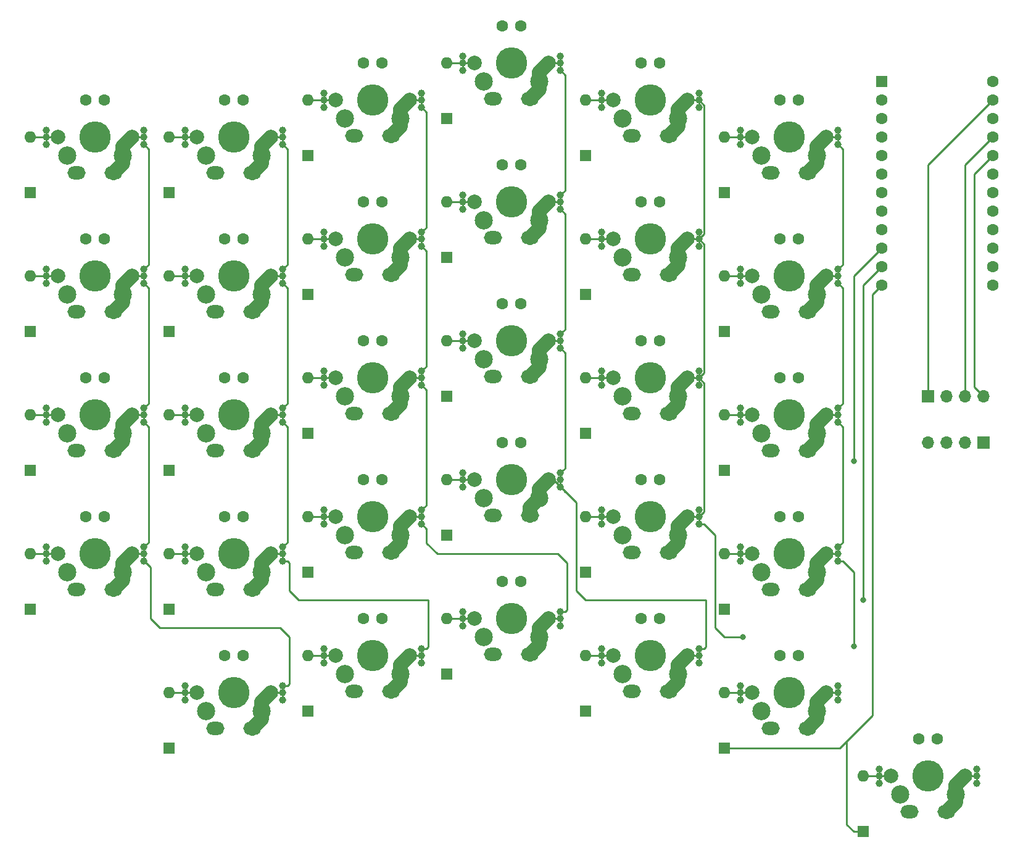
<source format=gbr>
%TF.GenerationSoftware,KiCad,Pcbnew,(5.1.9)-1*%
%TF.CreationDate,2021-03-27T16:34:22+07:00*%
%TF.ProjectId,LetsSplit256,4c657473-5370-46c6-9974-3235362e6b69,rev?*%
%TF.SameCoordinates,Original*%
%TF.FileFunction,Copper,L1,Top*%
%TF.FilePolarity,Positive*%
%FSLAX46Y46*%
G04 Gerber Fmt 4.6, Leading zero omitted, Abs format (unit mm)*
G04 Created by KiCad (PCBNEW (5.1.9)-1) date 2021-03-27 16:34:22*
%MOMM*%
%LPD*%
G01*
G04 APERTURE LIST*
%TA.AperFunction,ComponentPad*%
%ADD10O,1.700000X1.700000*%
%TD*%
%TA.AperFunction,ComponentPad*%
%ADD11R,1.700000X1.700000*%
%TD*%
%TA.AperFunction,ComponentPad*%
%ADD12C,1.000000*%
%TD*%
%TA.AperFunction,ComponentPad*%
%ADD13O,2.500000X1.800000*%
%TD*%
%TA.AperFunction,ComponentPad*%
%ADD14C,2.500000*%
%TD*%
%TA.AperFunction,ComponentPad*%
%ADD15C,2.000000*%
%TD*%
%TA.AperFunction,ComponentPad*%
%ADD16C,4.300000*%
%TD*%
%TA.AperFunction,ComponentPad*%
%ADD17C,1.600000*%
%TD*%
%TA.AperFunction,ComponentPad*%
%ADD18R,1.600000X1.600000*%
%TD*%
%TA.AperFunction,ComponentPad*%
%ADD19O,1.600000X1.600000*%
%TD*%
%TA.AperFunction,ViaPad*%
%ADD20C,0.800000*%
%TD*%
%TA.AperFunction,Conductor*%
%ADD21C,0.250000*%
%TD*%
%TA.AperFunction,Conductor*%
%ADD22C,2.000000*%
%TD*%
G04 APERTURE END LIST*
D10*
%TO.P,JL1,4*%
%TO.N,Net-(JL1-Pad4)*%
X157480000Y-81280000D03*
%TO.P,JL1,3*%
%TO.N,Net-(JL1-Pad3)*%
X154940000Y-81280000D03*
%TO.P,JL1,2*%
%TO.N,Net-(JL1-Pad2)*%
X152400000Y-81280000D03*
D11*
%TO.P,JL1,1*%
%TO.N,Net-(JL1-Pad1)*%
X149860000Y-81280000D03*
%TD*%
D10*
%TO.P,JL2,4*%
%TO.N,N/C*%
X149860000Y-87630000D03*
%TO.P,JL2,3*%
X152400000Y-87630000D03*
%TO.P,JL2,2*%
X154940000Y-87630000D03*
D11*
%TO.P,JL2,1*%
X157480000Y-87630000D03*
%TD*%
D12*
%TO.P,KLZ1,1*%
%TO.N,Net-(DL24-Pad2)*%
X47910000Y-101870000D03*
X47910000Y-103870000D03*
X47910000Y-102870000D03*
D13*
%TO.P,KLZ1,2*%
%TO.N,Net-(KL1-Pad2)*%
X57150000Y-107746800D03*
D14*
%TO.P,KLZ1,1*%
%TO.N,Net-(DL24-Pad2)*%
X50800000Y-105410000D03*
D13*
X52070000Y-107746800D03*
D14*
%TO.P,KLZ1,2*%
%TO.N,Net-(KL1-Pad2)*%
X58420000Y-105410000D03*
D15*
%TO.P,KLZ1,1*%
%TO.N,Net-(DL24-Pad2)*%
X49530000Y-102870000D03*
%TO.P,KLZ1,2*%
%TO.N,Net-(KL1-Pad2)*%
X59690000Y-102870000D03*
D16*
%TO.P,KLZ1,0*%
%TO.N,N/C*%
X54610000Y-102870000D03*
D12*
%TO.P,KLZ1,2*%
%TO.N,Net-(KL1-Pad2)*%
X61310000Y-102870000D03*
X61310000Y-101870000D03*
X61310000Y-103870000D03*
D17*
%TO.P,KLZ1,0*%
%TO.N,N/C*%
X55880000Y-97790000D03*
X53340000Y-97790000D03*
%TD*%
D12*
%TO.P,KLX1,1*%
%TO.N,Net-(DL34-Pad2)*%
X66960000Y-96790000D03*
X66960000Y-98790000D03*
X66960000Y-97790000D03*
D13*
%TO.P,KLX1,2*%
%TO.N,Net-(KL2-Pad2)*%
X76200000Y-102666800D03*
D14*
%TO.P,KLX1,1*%
%TO.N,Net-(DL34-Pad2)*%
X69850000Y-100330000D03*
D13*
X71120000Y-102666800D03*
D14*
%TO.P,KLX1,2*%
%TO.N,Net-(KL2-Pad2)*%
X77470000Y-100330000D03*
D15*
%TO.P,KLX1,1*%
%TO.N,Net-(DL34-Pad2)*%
X68580000Y-97790000D03*
%TO.P,KLX1,2*%
%TO.N,Net-(KL2-Pad2)*%
X78740000Y-97790000D03*
D16*
%TO.P,KLX1,0*%
%TO.N,N/C*%
X73660000Y-97790000D03*
D12*
%TO.P,KLX1,2*%
%TO.N,Net-(KL2-Pad2)*%
X80360000Y-97790000D03*
X80360000Y-96790000D03*
X80360000Y-98790000D03*
D17*
%TO.P,KLX1,0*%
%TO.N,N/C*%
X74930000Y-92710000D03*
X72390000Y-92710000D03*
%TD*%
D12*
%TO.P,KLW1,1*%
%TO.N,Net-(DL32-Pad2)*%
X66960000Y-58690000D03*
X66960000Y-60690000D03*
X66960000Y-59690000D03*
D13*
%TO.P,KLW1,2*%
%TO.N,Net-(KL2-Pad2)*%
X76200000Y-64566800D03*
D14*
%TO.P,KLW1,1*%
%TO.N,Net-(DL32-Pad2)*%
X69850000Y-62230000D03*
D13*
X71120000Y-64566800D03*
D14*
%TO.P,KLW1,2*%
%TO.N,Net-(KL2-Pad2)*%
X77470000Y-62230000D03*
D15*
%TO.P,KLW1,1*%
%TO.N,Net-(DL32-Pad2)*%
X68580000Y-59690000D03*
%TO.P,KLW1,2*%
%TO.N,Net-(KL2-Pad2)*%
X78740000Y-59690000D03*
D16*
%TO.P,KLW1,0*%
%TO.N,N/C*%
X73660000Y-59690000D03*
D12*
%TO.P,KLW1,2*%
%TO.N,Net-(KL2-Pad2)*%
X80360000Y-59690000D03*
X80360000Y-58690000D03*
X80360000Y-60690000D03*
D17*
%TO.P,KLW1,0*%
%TO.N,N/C*%
X74930000Y-54610000D03*
X72390000Y-54610000D03*
%TD*%
D12*
%TO.P,KLV1,1*%
%TO.N,Net-(DL54-Pad2)*%
X105060000Y-96790000D03*
X105060000Y-98790000D03*
X105060000Y-97790000D03*
D13*
%TO.P,KLV1,2*%
%TO.N,Net-(KL4-Pad2)*%
X114300000Y-102666800D03*
D14*
%TO.P,KLV1,1*%
%TO.N,Net-(DL54-Pad2)*%
X107950000Y-100330000D03*
D13*
X109220000Y-102666800D03*
D14*
%TO.P,KLV1,2*%
%TO.N,Net-(KL4-Pad2)*%
X115570000Y-100330000D03*
D15*
%TO.P,KLV1,1*%
%TO.N,Net-(DL54-Pad2)*%
X106680000Y-97790000D03*
%TO.P,KLV1,2*%
%TO.N,Net-(KL4-Pad2)*%
X116840000Y-97790000D03*
D16*
%TO.P,KLV1,0*%
%TO.N,N/C*%
X111760000Y-97790000D03*
D12*
%TO.P,KLV1,2*%
%TO.N,Net-(KL4-Pad2)*%
X118460000Y-97790000D03*
X118460000Y-96790000D03*
X118460000Y-98790000D03*
D17*
%TO.P,KLV1,0*%
%TO.N,N/C*%
X113030000Y-92710000D03*
X110490000Y-92710000D03*
%TD*%
D12*
%TO.P,KLR1,1*%
%TO.N,Net-(DL52-Pad2)*%
X105060000Y-58690000D03*
X105060000Y-60690000D03*
X105060000Y-59690000D03*
D13*
%TO.P,KLR1,2*%
%TO.N,Net-(KL4-Pad2)*%
X114300000Y-64566800D03*
D14*
%TO.P,KLR1,1*%
%TO.N,Net-(DL52-Pad2)*%
X107950000Y-62230000D03*
D13*
X109220000Y-64566800D03*
D14*
%TO.P,KLR1,2*%
%TO.N,Net-(KL4-Pad2)*%
X115570000Y-62230000D03*
D15*
%TO.P,KLR1,1*%
%TO.N,Net-(DL52-Pad2)*%
X106680000Y-59690000D03*
%TO.P,KLR1,2*%
%TO.N,Net-(KL4-Pad2)*%
X116840000Y-59690000D03*
D16*
%TO.P,KLR1,0*%
%TO.N,N/C*%
X111760000Y-59690000D03*
D12*
%TO.P,KLR1,2*%
%TO.N,Net-(KL4-Pad2)*%
X118460000Y-59690000D03*
X118460000Y-58690000D03*
X118460000Y-60690000D03*
D17*
%TO.P,KLR1,0*%
%TO.N,N/C*%
X113030000Y-54610000D03*
X110490000Y-54610000D03*
%TD*%
D12*
%TO.P,KLQ1,1*%
%TO.N,Net-(DL22-Pad2)*%
X47910000Y-63770000D03*
X47910000Y-65770000D03*
X47910000Y-64770000D03*
D13*
%TO.P,KLQ1,2*%
%TO.N,Net-(KL1-Pad2)*%
X57150000Y-69646800D03*
D14*
%TO.P,KLQ1,1*%
%TO.N,Net-(DL22-Pad2)*%
X50800000Y-67310000D03*
D13*
X52070000Y-69646800D03*
D14*
%TO.P,KLQ1,2*%
%TO.N,Net-(KL1-Pad2)*%
X58420000Y-67310000D03*
D15*
%TO.P,KLQ1,1*%
%TO.N,Net-(DL22-Pad2)*%
X49530000Y-64770000D03*
%TO.P,KLQ1,2*%
%TO.N,Net-(KL1-Pad2)*%
X59690000Y-64770000D03*
D16*
%TO.P,KLQ1,0*%
%TO.N,N/C*%
X54610000Y-64770000D03*
D12*
%TO.P,KLQ1,2*%
%TO.N,Net-(KL1-Pad2)*%
X61310000Y-64770000D03*
X61310000Y-63770000D03*
X61310000Y-65770000D03*
D17*
%TO.P,KLQ1,0*%
%TO.N,N/C*%
X55880000Y-59690000D03*
X53340000Y-59690000D03*
%TD*%
%TO.P,KLFunc65,0*%
%TO.N,N/C*%
X148590000Y-128270000D03*
X151130000Y-128270000D03*
D12*
%TO.P,KLFunc65,2*%
%TO.N,Net-(KL5-Pad2)*%
X156560000Y-134350000D03*
X156560000Y-132350000D03*
X156560000Y-133350000D03*
D16*
%TO.P,KLFunc65,0*%
%TO.N,N/C*%
X149860000Y-133350000D03*
D15*
%TO.P,KLFunc65,2*%
%TO.N,Net-(KL5-Pad2)*%
X154940000Y-133350000D03*
%TO.P,KLFunc65,1*%
%TO.N,Net-(DL65-Pad2)*%
X144780000Y-133350000D03*
D14*
%TO.P,KLFunc65,2*%
%TO.N,Net-(KL5-Pad2)*%
X153670000Y-135890000D03*
D13*
%TO.P,KLFunc65,1*%
%TO.N,Net-(DL65-Pad2)*%
X147320000Y-138226800D03*
D14*
X146050000Y-135890000D03*
D13*
%TO.P,KLFunc65,2*%
%TO.N,Net-(KL5-Pad2)*%
X152400000Y-138226800D03*
D12*
%TO.P,KLFunc65,1*%
%TO.N,Net-(DL65-Pad2)*%
X143160000Y-133350000D03*
X143160000Y-134350000D03*
X143160000Y-132350000D03*
%TD*%
%TO.P,KLFunc55,1*%
%TO.N,Net-(DL55-Pad2)*%
X124110000Y-120920000D03*
X124110000Y-122920000D03*
X124110000Y-121920000D03*
D13*
%TO.P,KLFunc55,2*%
%TO.N,Net-(KL4-Pad2)*%
X133350000Y-126796800D03*
D14*
%TO.P,KLFunc55,1*%
%TO.N,Net-(DL55-Pad2)*%
X127000000Y-124460000D03*
D13*
X128270000Y-126796800D03*
D14*
%TO.P,KLFunc55,2*%
%TO.N,Net-(KL4-Pad2)*%
X134620000Y-124460000D03*
D15*
%TO.P,KLFunc55,1*%
%TO.N,Net-(DL55-Pad2)*%
X125730000Y-121920000D03*
%TO.P,KLFunc55,2*%
%TO.N,Net-(KL4-Pad2)*%
X135890000Y-121920000D03*
D16*
%TO.P,KLFunc55,0*%
%TO.N,N/C*%
X130810000Y-121920000D03*
D12*
%TO.P,KLFunc55,2*%
%TO.N,Net-(KL4-Pad2)*%
X137510000Y-121920000D03*
X137510000Y-120920000D03*
X137510000Y-122920000D03*
D17*
%TO.P,KLFunc55,0*%
%TO.N,N/C*%
X132080000Y-116840000D03*
X129540000Y-116840000D03*
%TD*%
D12*
%TO.P,KLFunc35,1*%
%TO.N,Net-(DL35-Pad2)*%
X86010000Y-110760000D03*
X86010000Y-112760000D03*
X86010000Y-111760000D03*
D13*
%TO.P,KLFunc35,2*%
%TO.N,Net-(KL2-Pad2)*%
X95250000Y-116636800D03*
D14*
%TO.P,KLFunc35,1*%
%TO.N,Net-(DL35-Pad2)*%
X88900000Y-114300000D03*
D13*
X90170000Y-116636800D03*
D14*
%TO.P,KLFunc35,2*%
%TO.N,Net-(KL2-Pad2)*%
X96520000Y-114300000D03*
D15*
%TO.P,KLFunc35,1*%
%TO.N,Net-(DL35-Pad2)*%
X87630000Y-111760000D03*
%TO.P,KLFunc35,2*%
%TO.N,Net-(KL2-Pad2)*%
X97790000Y-111760000D03*
D16*
%TO.P,KLFunc35,0*%
%TO.N,N/C*%
X92710000Y-111760000D03*
D12*
%TO.P,KLFunc35,2*%
%TO.N,Net-(KL2-Pad2)*%
X99410000Y-111760000D03*
X99410000Y-110760000D03*
X99410000Y-112760000D03*
D17*
%TO.P,KLFunc35,0*%
%TO.N,N/C*%
X93980000Y-106680000D03*
X91440000Y-106680000D03*
%TD*%
D12*
%TO.P,KLFunc25,1*%
%TO.N,Net-(DL25-Pad2)*%
X66960000Y-115840000D03*
X66960000Y-117840000D03*
X66960000Y-116840000D03*
D13*
%TO.P,KLFunc25,2*%
%TO.N,Net-(KL1-Pad2)*%
X76200000Y-121716800D03*
D14*
%TO.P,KLFunc25,1*%
%TO.N,Net-(DL25-Pad2)*%
X69850000Y-119380000D03*
D13*
X71120000Y-121716800D03*
D14*
%TO.P,KLFunc25,2*%
%TO.N,Net-(KL1-Pad2)*%
X77470000Y-119380000D03*
D15*
%TO.P,KLFunc25,1*%
%TO.N,Net-(DL25-Pad2)*%
X68580000Y-116840000D03*
%TO.P,KLFunc25,2*%
%TO.N,Net-(KL1-Pad2)*%
X78740000Y-116840000D03*
D16*
%TO.P,KLFunc25,0*%
%TO.N,N/C*%
X73660000Y-116840000D03*
D12*
%TO.P,KLFunc25,2*%
%TO.N,Net-(KL1-Pad2)*%
X80360000Y-116840000D03*
X80360000Y-115840000D03*
X80360000Y-117840000D03*
D17*
%TO.P,KLFunc25,0*%
%TO.N,N/C*%
X74930000Y-111760000D03*
X72390000Y-111760000D03*
%TD*%
D12*
%TO.P,KLFunc15,1*%
%TO.N,Net-(DL15-Pad2)*%
X47910000Y-120920000D03*
X47910000Y-122920000D03*
X47910000Y-121920000D03*
D13*
%TO.P,KLFunc15,2*%
%TO.N,Net-(KLFunc11-Pad2)*%
X57150000Y-126796800D03*
D14*
%TO.P,KLFunc15,1*%
%TO.N,Net-(DL15-Pad2)*%
X50800000Y-124460000D03*
D13*
X52070000Y-126796800D03*
D14*
%TO.P,KLFunc15,2*%
%TO.N,Net-(KLFunc11-Pad2)*%
X58420000Y-124460000D03*
D15*
%TO.P,KLFunc15,1*%
%TO.N,Net-(DL15-Pad2)*%
X49530000Y-121920000D03*
%TO.P,KLFunc15,2*%
%TO.N,Net-(KLFunc11-Pad2)*%
X59690000Y-121920000D03*
D16*
%TO.P,KLFunc15,0*%
%TO.N,N/C*%
X54610000Y-121920000D03*
D12*
%TO.P,KLFunc15,2*%
%TO.N,Net-(KLFunc11-Pad2)*%
X61310000Y-121920000D03*
X61310000Y-120920000D03*
X61310000Y-122920000D03*
D17*
%TO.P,KLFunc15,0*%
%TO.N,N/C*%
X55880000Y-116840000D03*
X53340000Y-116840000D03*
%TD*%
D12*
%TO.P,KLFunc14,1*%
%TO.N,Net-(DL14-Pad2)*%
X28860000Y-101870000D03*
X28860000Y-103870000D03*
X28860000Y-102870000D03*
D13*
%TO.P,KLFunc14,2*%
%TO.N,Net-(KLFunc11-Pad2)*%
X38100000Y-107746800D03*
D14*
%TO.P,KLFunc14,1*%
%TO.N,Net-(DL14-Pad2)*%
X31750000Y-105410000D03*
D13*
X33020000Y-107746800D03*
D14*
%TO.P,KLFunc14,2*%
%TO.N,Net-(KLFunc11-Pad2)*%
X39370000Y-105410000D03*
D15*
%TO.P,KLFunc14,1*%
%TO.N,Net-(DL14-Pad2)*%
X30480000Y-102870000D03*
%TO.P,KLFunc14,2*%
%TO.N,Net-(KLFunc11-Pad2)*%
X40640000Y-102870000D03*
D16*
%TO.P,KLFunc14,0*%
%TO.N,N/C*%
X35560000Y-102870000D03*
D12*
%TO.P,KLFunc14,2*%
%TO.N,Net-(KLFunc11-Pad2)*%
X42260000Y-102870000D03*
X42260000Y-101870000D03*
X42260000Y-103870000D03*
D17*
%TO.P,KLFunc14,0*%
%TO.N,N/C*%
X36830000Y-97790000D03*
X34290000Y-97790000D03*
%TD*%
D12*
%TO.P,KLFunc13,1*%
%TO.N,Net-(DL13-Pad2)*%
X28860000Y-82820000D03*
X28860000Y-84820000D03*
X28860000Y-83820000D03*
D13*
%TO.P,KLFunc13,2*%
%TO.N,Net-(KLFunc11-Pad2)*%
X38100000Y-88696800D03*
D14*
%TO.P,KLFunc13,1*%
%TO.N,Net-(DL13-Pad2)*%
X31750000Y-86360000D03*
D13*
X33020000Y-88696800D03*
D14*
%TO.P,KLFunc13,2*%
%TO.N,Net-(KLFunc11-Pad2)*%
X39370000Y-86360000D03*
D15*
%TO.P,KLFunc13,1*%
%TO.N,Net-(DL13-Pad2)*%
X30480000Y-83820000D03*
%TO.P,KLFunc13,2*%
%TO.N,Net-(KLFunc11-Pad2)*%
X40640000Y-83820000D03*
D16*
%TO.P,KLFunc13,0*%
%TO.N,N/C*%
X35560000Y-83820000D03*
D12*
%TO.P,KLFunc13,2*%
%TO.N,Net-(KLFunc11-Pad2)*%
X42260000Y-83820000D03*
X42260000Y-82820000D03*
X42260000Y-84820000D03*
D17*
%TO.P,KLFunc13,0*%
%TO.N,N/C*%
X36830000Y-78740000D03*
X34290000Y-78740000D03*
%TD*%
D12*
%TO.P,KLFunc12,1*%
%TO.N,Net-(DL12-Pad2)*%
X28860000Y-63770000D03*
X28860000Y-65770000D03*
X28860000Y-64770000D03*
D13*
%TO.P,KLFunc12,2*%
%TO.N,Net-(KLFunc11-Pad2)*%
X38100000Y-69646800D03*
D14*
%TO.P,KLFunc12,1*%
%TO.N,Net-(DL12-Pad2)*%
X31750000Y-67310000D03*
D13*
X33020000Y-69646800D03*
D14*
%TO.P,KLFunc12,2*%
%TO.N,Net-(KLFunc11-Pad2)*%
X39370000Y-67310000D03*
D15*
%TO.P,KLFunc12,1*%
%TO.N,Net-(DL12-Pad2)*%
X30480000Y-64770000D03*
%TO.P,KLFunc12,2*%
%TO.N,Net-(KLFunc11-Pad2)*%
X40640000Y-64770000D03*
D16*
%TO.P,KLFunc12,0*%
%TO.N,N/C*%
X35560000Y-64770000D03*
D12*
%TO.P,KLFunc12,2*%
%TO.N,Net-(KLFunc11-Pad2)*%
X42260000Y-64770000D03*
X42260000Y-63770000D03*
X42260000Y-65770000D03*
D17*
%TO.P,KLFunc12,0*%
%TO.N,N/C*%
X36830000Y-59690000D03*
X34290000Y-59690000D03*
%TD*%
D12*
%TO.P,KLFunc11,1*%
%TO.N,Net-(DL11-Pad2)*%
X28860000Y-44720000D03*
X28860000Y-46720000D03*
X28860000Y-45720000D03*
D13*
%TO.P,KLFunc11,2*%
%TO.N,Net-(KLFunc11-Pad2)*%
X38100000Y-50596800D03*
D14*
%TO.P,KLFunc11,1*%
%TO.N,Net-(DL11-Pad2)*%
X31750000Y-48260000D03*
D13*
X33020000Y-50596800D03*
D14*
%TO.P,KLFunc11,2*%
%TO.N,Net-(KLFunc11-Pad2)*%
X39370000Y-48260000D03*
D15*
%TO.P,KLFunc11,1*%
%TO.N,Net-(DL11-Pad2)*%
X30480000Y-45720000D03*
%TO.P,KLFunc11,2*%
%TO.N,Net-(KLFunc11-Pad2)*%
X40640000Y-45720000D03*
D16*
%TO.P,KLFunc11,0*%
%TO.N,N/C*%
X35560000Y-45720000D03*
D12*
%TO.P,KLFunc11,2*%
%TO.N,Net-(KLFunc11-Pad2)*%
X42260000Y-45720000D03*
X42260000Y-44720000D03*
X42260000Y-46720000D03*
D17*
%TO.P,KLFunc11,0*%
%TO.N,N/C*%
X36830000Y-40640000D03*
X34290000Y-40640000D03*
%TD*%
D12*
%TO.P,KLF1,1*%
%TO.N,Net-(DL53-Pad2)*%
X105060000Y-77740000D03*
X105060000Y-79740000D03*
X105060000Y-78740000D03*
D13*
%TO.P,KLF1,2*%
%TO.N,Net-(KL4-Pad2)*%
X114300000Y-83616800D03*
D14*
%TO.P,KLF1,1*%
%TO.N,Net-(DL53-Pad2)*%
X107950000Y-81280000D03*
D13*
X109220000Y-83616800D03*
D14*
%TO.P,KLF1,2*%
%TO.N,Net-(KL4-Pad2)*%
X115570000Y-81280000D03*
D15*
%TO.P,KLF1,1*%
%TO.N,Net-(DL53-Pad2)*%
X106680000Y-78740000D03*
%TO.P,KLF1,2*%
%TO.N,Net-(KL4-Pad2)*%
X116840000Y-78740000D03*
D16*
%TO.P,KLF1,0*%
%TO.N,N/C*%
X111760000Y-78740000D03*
D12*
%TO.P,KLF1,2*%
%TO.N,Net-(KL4-Pad2)*%
X118460000Y-78740000D03*
X118460000Y-77740000D03*
X118460000Y-79740000D03*
D17*
%TO.P,KLF1,0*%
%TO.N,N/C*%
X113030000Y-73660000D03*
X110490000Y-73660000D03*
%TD*%
D12*
%TO.P,KLE1,1*%
%TO.N,Net-(DL42-Pad2)*%
X86010000Y-53610000D03*
X86010000Y-55610000D03*
X86010000Y-54610000D03*
D13*
%TO.P,KLE1,2*%
%TO.N,Net-(KL3-Pad2)*%
X95250000Y-59486800D03*
D14*
%TO.P,KLE1,1*%
%TO.N,Net-(DL42-Pad2)*%
X88900000Y-57150000D03*
D13*
X90170000Y-59486800D03*
D14*
%TO.P,KLE1,2*%
%TO.N,Net-(KL3-Pad2)*%
X96520000Y-57150000D03*
D15*
%TO.P,KLE1,1*%
%TO.N,Net-(DL42-Pad2)*%
X87630000Y-54610000D03*
%TO.P,KLE1,2*%
%TO.N,Net-(KL3-Pad2)*%
X97790000Y-54610000D03*
D16*
%TO.P,KLE1,0*%
%TO.N,N/C*%
X92710000Y-54610000D03*
D12*
%TO.P,KLE1,2*%
%TO.N,Net-(KL3-Pad2)*%
X99410000Y-54610000D03*
X99410000Y-53610000D03*
X99410000Y-55610000D03*
D17*
%TO.P,KLE1,0*%
%TO.N,N/C*%
X93980000Y-49530000D03*
X91440000Y-49530000D03*
%TD*%
D12*
%TO.P,KLD1,1*%
%TO.N,Net-(DL43-Pad2)*%
X86010000Y-72660000D03*
X86010000Y-74660000D03*
X86010000Y-73660000D03*
D13*
%TO.P,KLD1,2*%
%TO.N,Net-(KL3-Pad2)*%
X95250000Y-78536800D03*
D14*
%TO.P,KLD1,1*%
%TO.N,Net-(DL43-Pad2)*%
X88900000Y-76200000D03*
D13*
X90170000Y-78536800D03*
D14*
%TO.P,KLD1,2*%
%TO.N,Net-(KL3-Pad2)*%
X96520000Y-76200000D03*
D15*
%TO.P,KLD1,1*%
%TO.N,Net-(DL43-Pad2)*%
X87630000Y-73660000D03*
%TO.P,KLD1,2*%
%TO.N,Net-(KL3-Pad2)*%
X97790000Y-73660000D03*
D16*
%TO.P,KLD1,0*%
%TO.N,N/C*%
X92710000Y-73660000D03*
D12*
%TO.P,KLD1,2*%
%TO.N,Net-(KL3-Pad2)*%
X99410000Y-73660000D03*
X99410000Y-72660000D03*
X99410000Y-74660000D03*
D17*
%TO.P,KLD1,0*%
%TO.N,N/C*%
X93980000Y-68580000D03*
X91440000Y-68580000D03*
%TD*%
D12*
%TO.P,KLC1,1*%
%TO.N,Net-(DL44-Pad2)*%
X86010000Y-91710000D03*
X86010000Y-93710000D03*
X86010000Y-92710000D03*
D13*
%TO.P,KLC1,2*%
%TO.N,Net-(KL3-Pad2)*%
X95250000Y-97586800D03*
D14*
%TO.P,KLC1,1*%
%TO.N,Net-(DL44-Pad2)*%
X88900000Y-95250000D03*
D13*
X90170000Y-97586800D03*
D14*
%TO.P,KLC1,2*%
%TO.N,Net-(KL3-Pad2)*%
X96520000Y-95250000D03*
D15*
%TO.P,KLC1,1*%
%TO.N,Net-(DL44-Pad2)*%
X87630000Y-92710000D03*
%TO.P,KLC1,2*%
%TO.N,Net-(KL3-Pad2)*%
X97790000Y-92710000D03*
D16*
%TO.P,KLC1,0*%
%TO.N,N/C*%
X92710000Y-92710000D03*
D12*
%TO.P,KLC1,2*%
%TO.N,Net-(KL3-Pad2)*%
X99410000Y-92710000D03*
X99410000Y-91710000D03*
X99410000Y-93710000D03*
D17*
%TO.P,KLC1,0*%
%TO.N,N/C*%
X93980000Y-87630000D03*
X91440000Y-87630000D03*
%TD*%
D12*
%TO.P,KLB1,1*%
%TO.N,Net-(DL64-Pad2)*%
X124110000Y-101870000D03*
X124110000Y-103870000D03*
X124110000Y-102870000D03*
D13*
%TO.P,KLB1,2*%
%TO.N,Net-(KL5-Pad2)*%
X133350000Y-107746800D03*
D14*
%TO.P,KLB1,1*%
%TO.N,Net-(DL64-Pad2)*%
X127000000Y-105410000D03*
D13*
X128270000Y-107746800D03*
D14*
%TO.P,KLB1,2*%
%TO.N,Net-(KL5-Pad2)*%
X134620000Y-105410000D03*
D15*
%TO.P,KLB1,1*%
%TO.N,Net-(DL64-Pad2)*%
X125730000Y-102870000D03*
%TO.P,KLB1,2*%
%TO.N,Net-(KL5-Pad2)*%
X135890000Y-102870000D03*
D16*
%TO.P,KLB1,0*%
%TO.N,N/C*%
X130810000Y-102870000D03*
D12*
%TO.P,KLB1,2*%
%TO.N,Net-(KL5-Pad2)*%
X137510000Y-102870000D03*
X137510000Y-101870000D03*
X137510000Y-103870000D03*
D17*
%TO.P,KLB1,0*%
%TO.N,N/C*%
X132080000Y-97790000D03*
X129540000Y-97790000D03*
%TD*%
D12*
%TO.P,KLA1,1*%
%TO.N,Net-(DL23-Pad2)*%
X47910000Y-82820000D03*
X47910000Y-84820000D03*
X47910000Y-83820000D03*
D13*
%TO.P,KLA1,2*%
%TO.N,Net-(KL1-Pad2)*%
X57150000Y-88696800D03*
D14*
%TO.P,KLA1,1*%
%TO.N,Net-(DL23-Pad2)*%
X50800000Y-86360000D03*
D13*
X52070000Y-88696800D03*
D14*
%TO.P,KLA1,2*%
%TO.N,Net-(KL1-Pad2)*%
X58420000Y-86360000D03*
D15*
%TO.P,KLA1,1*%
%TO.N,Net-(DL23-Pad2)*%
X49530000Y-83820000D03*
%TO.P,KLA1,2*%
%TO.N,Net-(KL1-Pad2)*%
X59690000Y-83820000D03*
D16*
%TO.P,KLA1,0*%
%TO.N,N/C*%
X54610000Y-83820000D03*
D12*
%TO.P,KLA1,2*%
%TO.N,Net-(KL1-Pad2)*%
X61310000Y-83820000D03*
X61310000Y-82820000D03*
X61310000Y-84820000D03*
D17*
%TO.P,KLA1,0*%
%TO.N,N/C*%
X55880000Y-78740000D03*
X53340000Y-78740000D03*
%TD*%
D12*
%TO.P,KL4,1*%
%TO.N,Net-(DL51-Pad2)*%
X105060000Y-39640000D03*
X105060000Y-41640000D03*
X105060000Y-40640000D03*
D13*
%TO.P,KL4,2*%
%TO.N,Net-(KL4-Pad2)*%
X114300000Y-45516800D03*
D14*
%TO.P,KL4,1*%
%TO.N,Net-(DL51-Pad2)*%
X107950000Y-43180000D03*
D13*
X109220000Y-45516800D03*
D14*
%TO.P,KL4,2*%
%TO.N,Net-(KL4-Pad2)*%
X115570000Y-43180000D03*
D15*
%TO.P,KL4,1*%
%TO.N,Net-(DL51-Pad2)*%
X106680000Y-40640000D03*
%TO.P,KL4,2*%
%TO.N,Net-(KL4-Pad2)*%
X116840000Y-40640000D03*
D16*
%TO.P,KL4,0*%
%TO.N,N/C*%
X111760000Y-40640000D03*
D12*
%TO.P,KL4,2*%
%TO.N,Net-(KL4-Pad2)*%
X118460000Y-40640000D03*
X118460000Y-39640000D03*
X118460000Y-41640000D03*
D17*
%TO.P,KL4,0*%
%TO.N,N/C*%
X113030000Y-35560000D03*
X110490000Y-35560000D03*
%TD*%
D12*
%TO.P,KL3,1*%
%TO.N,Net-(DL41-Pad2)*%
X86010000Y-34560000D03*
X86010000Y-36560000D03*
X86010000Y-35560000D03*
D13*
%TO.P,KL3,2*%
%TO.N,Net-(KL3-Pad2)*%
X95250000Y-40436800D03*
D14*
%TO.P,KL3,1*%
%TO.N,Net-(DL41-Pad2)*%
X88900000Y-38100000D03*
D13*
X90170000Y-40436800D03*
D14*
%TO.P,KL3,2*%
%TO.N,Net-(KL3-Pad2)*%
X96520000Y-38100000D03*
D15*
%TO.P,KL3,1*%
%TO.N,Net-(DL41-Pad2)*%
X87630000Y-35560000D03*
%TO.P,KL3,2*%
%TO.N,Net-(KL3-Pad2)*%
X97790000Y-35560000D03*
D16*
%TO.P,KL3,0*%
%TO.N,N/C*%
X92710000Y-35560000D03*
D12*
%TO.P,KL3,2*%
%TO.N,Net-(KL3-Pad2)*%
X99410000Y-35560000D03*
X99410000Y-34560000D03*
X99410000Y-36560000D03*
D17*
%TO.P,KL3,0*%
%TO.N,N/C*%
X93980000Y-30480000D03*
X91440000Y-30480000D03*
%TD*%
D12*
%TO.P,KL2,1*%
%TO.N,Net-(DL31-Pad2)*%
X66960000Y-39640000D03*
X66960000Y-41640000D03*
X66960000Y-40640000D03*
D13*
%TO.P,KL2,2*%
%TO.N,Net-(KL2-Pad2)*%
X76200000Y-45516800D03*
D14*
%TO.P,KL2,1*%
%TO.N,Net-(DL31-Pad2)*%
X69850000Y-43180000D03*
D13*
X71120000Y-45516800D03*
D14*
%TO.P,KL2,2*%
%TO.N,Net-(KL2-Pad2)*%
X77470000Y-43180000D03*
D15*
%TO.P,KL2,1*%
%TO.N,Net-(DL31-Pad2)*%
X68580000Y-40640000D03*
%TO.P,KL2,2*%
%TO.N,Net-(KL2-Pad2)*%
X78740000Y-40640000D03*
D16*
%TO.P,KL2,0*%
%TO.N,N/C*%
X73660000Y-40640000D03*
D12*
%TO.P,KL2,2*%
%TO.N,Net-(KL2-Pad2)*%
X80360000Y-40640000D03*
X80360000Y-39640000D03*
X80360000Y-41640000D03*
D17*
%TO.P,KL2,0*%
%TO.N,N/C*%
X74930000Y-35560000D03*
X72390000Y-35560000D03*
%TD*%
D12*
%TO.P,KL1,1*%
%TO.N,Net-(DL21-Pad2)*%
X47910000Y-44720000D03*
X47910000Y-46720000D03*
X47910000Y-45720000D03*
D13*
%TO.P,KL1,2*%
%TO.N,Net-(KL1-Pad2)*%
X57150000Y-50596800D03*
D14*
%TO.P,KL1,1*%
%TO.N,Net-(DL21-Pad2)*%
X50800000Y-48260000D03*
D13*
X52070000Y-50596800D03*
D14*
%TO.P,KL1,2*%
%TO.N,Net-(KL1-Pad2)*%
X58420000Y-48260000D03*
D15*
%TO.P,KL1,1*%
%TO.N,Net-(DL21-Pad2)*%
X49530000Y-45720000D03*
%TO.P,KL1,2*%
%TO.N,Net-(KL1-Pad2)*%
X59690000Y-45720000D03*
D16*
%TO.P,KL1,0*%
%TO.N,N/C*%
X54610000Y-45720000D03*
D12*
%TO.P,KL1,2*%
%TO.N,Net-(KL1-Pad2)*%
X61310000Y-45720000D03*
X61310000Y-44720000D03*
X61310000Y-46720000D03*
D17*
%TO.P,KL1,0*%
%TO.N,N/C*%
X55880000Y-40640000D03*
X53340000Y-40640000D03*
%TD*%
D12*
%TO.P,KLS1,1*%
%TO.N,Net-(DL33-Pad2)*%
X66960000Y-77740000D03*
X66960000Y-79740000D03*
X66960000Y-78740000D03*
D13*
%TO.P,KLS1,2*%
%TO.N,Net-(KL2-Pad2)*%
X76200000Y-83616800D03*
D14*
%TO.P,KLS1,1*%
%TO.N,Net-(DL33-Pad2)*%
X69850000Y-81280000D03*
D13*
X71120000Y-83616800D03*
D14*
%TO.P,KLS1,2*%
%TO.N,Net-(KL2-Pad2)*%
X77470000Y-81280000D03*
D15*
%TO.P,KLS1,1*%
%TO.N,Net-(DL33-Pad2)*%
X68580000Y-78740000D03*
%TO.P,KLS1,2*%
%TO.N,Net-(KL2-Pad2)*%
X78740000Y-78740000D03*
D16*
%TO.P,KLS1,0*%
%TO.N,N/C*%
X73660000Y-78740000D03*
D12*
%TO.P,KLS1,2*%
%TO.N,Net-(KL2-Pad2)*%
X80360000Y-78740000D03*
X80360000Y-77740000D03*
X80360000Y-79740000D03*
D17*
%TO.P,KLS1,0*%
%TO.N,N/C*%
X74930000Y-73660000D03*
X72390000Y-73660000D03*
%TD*%
D12*
%TO.P,KLFunc45,1*%
%TO.N,Net-(DL45-Pad2)*%
X105060000Y-115840000D03*
X105060000Y-117840000D03*
X105060000Y-116840000D03*
D13*
%TO.P,KLFunc45,2*%
%TO.N,Net-(KL3-Pad2)*%
X114300000Y-121716800D03*
D14*
%TO.P,KLFunc45,1*%
%TO.N,Net-(DL45-Pad2)*%
X107950000Y-119380000D03*
D13*
X109220000Y-121716800D03*
D14*
%TO.P,KLFunc45,2*%
%TO.N,Net-(KL3-Pad2)*%
X115570000Y-119380000D03*
D15*
%TO.P,KLFunc45,1*%
%TO.N,Net-(DL45-Pad2)*%
X106680000Y-116840000D03*
%TO.P,KLFunc45,2*%
%TO.N,Net-(KL3-Pad2)*%
X116840000Y-116840000D03*
D16*
%TO.P,KLFunc45,0*%
%TO.N,N/C*%
X111760000Y-116840000D03*
D12*
%TO.P,KLFunc45,2*%
%TO.N,Net-(KL3-Pad2)*%
X118460000Y-116840000D03*
X118460000Y-115840000D03*
X118460000Y-117840000D03*
D17*
%TO.P,KLFunc45,0*%
%TO.N,N/C*%
X113030000Y-111760000D03*
X110490000Y-111760000D03*
%TD*%
D12*
%TO.P,KLT1,1*%
%TO.N,Net-(DL62-Pad2)*%
X124110000Y-63770000D03*
X124110000Y-65770000D03*
X124110000Y-64770000D03*
D13*
%TO.P,KLT1,2*%
%TO.N,Net-(KL5-Pad2)*%
X133350000Y-69646800D03*
D14*
%TO.P,KLT1,1*%
%TO.N,Net-(DL62-Pad2)*%
X127000000Y-67310000D03*
D13*
X128270000Y-69646800D03*
D14*
%TO.P,KLT1,2*%
%TO.N,Net-(KL5-Pad2)*%
X134620000Y-67310000D03*
D15*
%TO.P,KLT1,1*%
%TO.N,Net-(DL62-Pad2)*%
X125730000Y-64770000D03*
%TO.P,KLT1,2*%
%TO.N,Net-(KL5-Pad2)*%
X135890000Y-64770000D03*
D16*
%TO.P,KLT1,0*%
%TO.N,N/C*%
X130810000Y-64770000D03*
D12*
%TO.P,KLT1,2*%
%TO.N,Net-(KL5-Pad2)*%
X137510000Y-64770000D03*
X137510000Y-63770000D03*
X137510000Y-65770000D03*
D17*
%TO.P,KLT1,0*%
%TO.N,N/C*%
X132080000Y-59690000D03*
X129540000Y-59690000D03*
%TD*%
D12*
%TO.P,KL5,1*%
%TO.N,Net-(DL61-Pad2)*%
X124110000Y-44720000D03*
X124110000Y-46720000D03*
X124110000Y-45720000D03*
D13*
%TO.P,KL5,2*%
%TO.N,Net-(KL5-Pad2)*%
X133350000Y-50596800D03*
D14*
%TO.P,KL5,1*%
%TO.N,Net-(DL61-Pad2)*%
X127000000Y-48260000D03*
D13*
X128270000Y-50596800D03*
D14*
%TO.P,KL5,2*%
%TO.N,Net-(KL5-Pad2)*%
X134620000Y-48260000D03*
D15*
%TO.P,KL5,1*%
%TO.N,Net-(DL61-Pad2)*%
X125730000Y-45720000D03*
%TO.P,KL5,2*%
%TO.N,Net-(KL5-Pad2)*%
X135890000Y-45720000D03*
D16*
%TO.P,KL5,0*%
%TO.N,N/C*%
X130810000Y-45720000D03*
D12*
%TO.P,KL5,2*%
%TO.N,Net-(KL5-Pad2)*%
X137510000Y-45720000D03*
X137510000Y-44720000D03*
X137510000Y-46720000D03*
D17*
%TO.P,KL5,0*%
%TO.N,N/C*%
X132080000Y-40640000D03*
X129540000Y-40640000D03*
%TD*%
D12*
%TO.P,KLG1,1*%
%TO.N,Net-(DL63-Pad2)*%
X124110000Y-82820000D03*
X124110000Y-84820000D03*
X124110000Y-83820000D03*
D13*
%TO.P,KLG1,2*%
%TO.N,Net-(KL5-Pad2)*%
X133350000Y-88696800D03*
D14*
%TO.P,KLG1,1*%
%TO.N,Net-(DL63-Pad2)*%
X127000000Y-86360000D03*
D13*
X128270000Y-88696800D03*
D14*
%TO.P,KLG1,2*%
%TO.N,Net-(KL5-Pad2)*%
X134620000Y-86360000D03*
D15*
%TO.P,KLG1,1*%
%TO.N,Net-(DL63-Pad2)*%
X125730000Y-83820000D03*
%TO.P,KLG1,2*%
%TO.N,Net-(KL5-Pad2)*%
X135890000Y-83820000D03*
D16*
%TO.P,KLG1,0*%
%TO.N,N/C*%
X130810000Y-83820000D03*
D12*
%TO.P,KLG1,2*%
%TO.N,Net-(KL5-Pad2)*%
X137510000Y-83820000D03*
X137510000Y-82820000D03*
X137510000Y-84820000D03*
D17*
%TO.P,KLG1,0*%
%TO.N,N/C*%
X132080000Y-78740000D03*
X129540000Y-78740000D03*
%TD*%
D18*
%TO.P,DL65,1*%
%TO.N,Net-(DL15-Pad1)*%
X140970000Y-140970000D03*
D19*
%TO.P,DL65,2*%
%TO.N,Net-(DL65-Pad2)*%
X140970000Y-133350000D03*
%TD*%
%TO.P,DL64,2*%
%TO.N,Net-(DL64-Pad2)*%
X121920000Y-102870000D03*
D18*
%TO.P,DL64,1*%
%TO.N,Net-(DL14-Pad1)*%
X121920000Y-110490000D03*
%TD*%
%TO.P,DL63,1*%
%TO.N,Net-(DL13-Pad1)*%
X121920000Y-91440000D03*
D19*
%TO.P,DL63,2*%
%TO.N,Net-(DL63-Pad2)*%
X121920000Y-83820000D03*
%TD*%
D18*
%TO.P,DL62,1*%
%TO.N,Net-(DL12-Pad1)*%
X121920000Y-72390000D03*
D19*
%TO.P,DL62,2*%
%TO.N,Net-(DL62-Pad2)*%
X121920000Y-64770000D03*
%TD*%
D18*
%TO.P,DL61,1*%
%TO.N,Net-(DL11-Pad1)*%
X121920000Y-53340000D03*
D19*
%TO.P,DL61,2*%
%TO.N,Net-(DL61-Pad2)*%
X121920000Y-45720000D03*
%TD*%
%TO.P,DL55,2*%
%TO.N,Net-(DL55-Pad2)*%
X121920000Y-121920000D03*
D18*
%TO.P,DL55,1*%
%TO.N,Net-(DL15-Pad1)*%
X121920000Y-129540000D03*
%TD*%
%TO.P,DL54,1*%
%TO.N,Net-(DL14-Pad1)*%
X102870000Y-105410000D03*
D19*
%TO.P,DL54,2*%
%TO.N,Net-(DL54-Pad2)*%
X102870000Y-97790000D03*
%TD*%
%TO.P,DL53,2*%
%TO.N,Net-(DL53-Pad2)*%
X102870000Y-78740000D03*
D18*
%TO.P,DL53,1*%
%TO.N,Net-(DL13-Pad1)*%
X102870000Y-86360000D03*
%TD*%
D19*
%TO.P,DL52,2*%
%TO.N,Net-(DL52-Pad2)*%
X102870000Y-59690000D03*
D18*
%TO.P,DL52,1*%
%TO.N,Net-(DL12-Pad1)*%
X102870000Y-67310000D03*
%TD*%
D19*
%TO.P,DL51,2*%
%TO.N,Net-(DL51-Pad2)*%
X102870000Y-40640000D03*
D18*
%TO.P,DL51,1*%
%TO.N,Net-(DL11-Pad1)*%
X102870000Y-48260000D03*
%TD*%
%TO.P,DL45,1*%
%TO.N,Net-(DL15-Pad1)*%
X102870000Y-124460000D03*
D19*
%TO.P,DL45,2*%
%TO.N,Net-(DL45-Pad2)*%
X102870000Y-116840000D03*
%TD*%
%TO.P,DL44,2*%
%TO.N,Net-(DL44-Pad2)*%
X83820000Y-92710000D03*
D18*
%TO.P,DL44,1*%
%TO.N,Net-(DL14-Pad1)*%
X83820000Y-100330000D03*
%TD*%
%TO.P,DL43,1*%
%TO.N,Net-(DL13-Pad1)*%
X83820000Y-81280000D03*
D19*
%TO.P,DL43,2*%
%TO.N,Net-(DL43-Pad2)*%
X83820000Y-73660000D03*
%TD*%
D18*
%TO.P,DL42,1*%
%TO.N,Net-(DL12-Pad1)*%
X83820000Y-62230000D03*
D19*
%TO.P,DL42,2*%
%TO.N,Net-(DL42-Pad2)*%
X83820000Y-54610000D03*
%TD*%
D18*
%TO.P,DL41,1*%
%TO.N,Net-(DL11-Pad1)*%
X83820000Y-43180000D03*
D19*
%TO.P,DL41,2*%
%TO.N,Net-(DL41-Pad2)*%
X83820000Y-35560000D03*
%TD*%
%TO.P,DL35,2*%
%TO.N,Net-(DL35-Pad2)*%
X83820000Y-111760000D03*
D18*
%TO.P,DL35,1*%
%TO.N,Net-(DL15-Pad1)*%
X83820000Y-119380000D03*
%TD*%
%TO.P,DL34,1*%
%TO.N,Net-(DL14-Pad1)*%
X64770000Y-105410000D03*
D19*
%TO.P,DL34,2*%
%TO.N,Net-(DL34-Pad2)*%
X64770000Y-97790000D03*
%TD*%
%TO.P,DL33,2*%
%TO.N,Net-(DL33-Pad2)*%
X64770000Y-78740000D03*
D18*
%TO.P,DL33,1*%
%TO.N,Net-(DL13-Pad1)*%
X64770000Y-86360000D03*
%TD*%
D19*
%TO.P,DL32,2*%
%TO.N,Net-(DL32-Pad2)*%
X64770000Y-59690000D03*
D18*
%TO.P,DL32,1*%
%TO.N,Net-(DL12-Pad1)*%
X64770000Y-67310000D03*
%TD*%
D19*
%TO.P,DL31,2*%
%TO.N,Net-(DL31-Pad2)*%
X64770000Y-40640000D03*
D18*
%TO.P,DL31,1*%
%TO.N,Net-(DL11-Pad1)*%
X64770000Y-48260000D03*
%TD*%
%TO.P,DL25,1*%
%TO.N,Net-(DL15-Pad1)*%
X64770000Y-124460000D03*
D19*
%TO.P,DL25,2*%
%TO.N,Net-(DL25-Pad2)*%
X64770000Y-116840000D03*
%TD*%
%TO.P,DL24,2*%
%TO.N,Net-(DL24-Pad2)*%
X45720000Y-102870000D03*
D18*
%TO.P,DL24,1*%
%TO.N,Net-(DL14-Pad1)*%
X45720000Y-110490000D03*
%TD*%
%TO.P,DL23,1*%
%TO.N,Net-(DL13-Pad1)*%
X45720000Y-91440000D03*
D19*
%TO.P,DL23,2*%
%TO.N,Net-(DL23-Pad2)*%
X45720000Y-83820000D03*
%TD*%
%TO.P,DL22,2*%
%TO.N,Net-(DL22-Pad2)*%
X45720000Y-64770000D03*
D18*
%TO.P,DL22,1*%
%TO.N,Net-(DL12-Pad1)*%
X45720000Y-72390000D03*
%TD*%
%TO.P,DL21,1*%
%TO.N,Net-(DL11-Pad1)*%
X45720000Y-53340000D03*
D19*
%TO.P,DL21,2*%
%TO.N,Net-(DL21-Pad2)*%
X45720000Y-45720000D03*
%TD*%
%TO.P,DL15,2*%
%TO.N,Net-(DL15-Pad2)*%
X45720000Y-121920000D03*
D18*
%TO.P,DL15,1*%
%TO.N,Net-(DL15-Pad1)*%
X45720000Y-129540000D03*
%TD*%
D19*
%TO.P,DL14,2*%
%TO.N,Net-(DL14-Pad2)*%
X26670000Y-102870000D03*
D18*
%TO.P,DL14,1*%
%TO.N,Net-(DL14-Pad1)*%
X26670000Y-110490000D03*
%TD*%
%TO.P,DL13,1*%
%TO.N,Net-(DL13-Pad1)*%
X26670000Y-91440000D03*
D19*
%TO.P,DL13,2*%
%TO.N,Net-(DL13-Pad2)*%
X26670000Y-83820000D03*
%TD*%
D18*
%TO.P,DL12,1*%
%TO.N,Net-(DL12-Pad1)*%
X26670000Y-72390000D03*
D19*
%TO.P,DL12,2*%
%TO.N,Net-(DL12-Pad2)*%
X26670000Y-64770000D03*
%TD*%
%TO.P,DL11,2*%
%TO.N,Net-(DL11-Pad2)*%
X26670000Y-45720000D03*
D18*
%TO.P,DL11,1*%
%TO.N,Net-(DL11-Pad1)*%
X26670000Y-53340000D03*
%TD*%
D17*
%TO.P,U1,24*%
%TO.N,Net-(U1-Pad24)*%
X158750000Y-38100000D03*
%TO.P,U1,23*%
%TO.N,Net-(JL1-Pad1)*%
X158750000Y-40640000D03*
%TO.P,U1,22*%
%TO.N,Net-(U1-Pad22)*%
X158750000Y-43180000D03*
%TO.P,U1,21*%
%TO.N,Net-(JL1-Pad3)*%
X158750000Y-45720000D03*
%TO.P,U1,20*%
%TO.N,Net-(JL1-Pad4)*%
X158750000Y-48260000D03*
%TO.P,U1,19*%
%TO.N,Net-(U1-Pad19)*%
X158750000Y-50800000D03*
%TO.P,U1,18*%
%TO.N,Net-(KLFunc11-Pad2)*%
X158750000Y-53340000D03*
%TO.P,U1,17*%
%TO.N,Net-(KL1-Pad2)*%
X158750000Y-55880000D03*
%TO.P,U1,16*%
%TO.N,Net-(KL2-Pad2)*%
X158750000Y-58420000D03*
%TO.P,U1,15*%
%TO.N,Net-(KL3-Pad2)*%
X158750000Y-60960000D03*
%TO.P,U1,14*%
%TO.N,Net-(KL4-Pad2)*%
X158750000Y-63500000D03*
%TO.P,U1,13*%
%TO.N,Net-(KL5-Pad2)*%
X158750000Y-66040000D03*
%TO.P,U1,12*%
%TO.N,Net-(DL15-Pad1)*%
X143510000Y-66040000D03*
%TO.P,U1,11*%
%TO.N,Net-(DL14-Pad1)*%
X143510000Y-63500000D03*
%TO.P,U1,10*%
%TO.N,Net-(DL13-Pad1)*%
X143510000Y-60960000D03*
%TO.P,U1,9*%
%TO.N,Net-(DL12-Pad1)*%
X143510000Y-58420000D03*
%TO.P,U1,8*%
%TO.N,Net-(DL11-Pad1)*%
X143510000Y-55880000D03*
%TO.P,U1,7*%
%TO.N,Net-(U1-Pad7)*%
X143510000Y-53340000D03*
%TO.P,U1,6*%
%TO.N,Net-(U1-Pad6)*%
X143510000Y-50800000D03*
%TO.P,U1,5*%
%TO.N,Net-(U1-Pad5)*%
X143510000Y-48260000D03*
%TO.P,U1,4*%
%TO.N,Net-(U1-Pad4)*%
X143510000Y-45720000D03*
%TO.P,U1,3*%
%TO.N,Net-(U1-Pad3)*%
X143510000Y-43180000D03*
%TO.P,U1,2*%
%TO.N,Net-(U1-Pad2)*%
X143510000Y-40640000D03*
D18*
%TO.P,U1,1*%
%TO.N,Net-(U1-Pad1)*%
X143510000Y-38100000D03*
%TD*%
D20*
%TO.N,Net-(DL13-Pad1)*%
X139700000Y-90170000D03*
%TO.N,Net-(DL14-Pad1)*%
X140970000Y-109220000D03*
%TO.N,Net-(KL4-Pad2)*%
X124460000Y-114300000D03*
%TO.N,Net-(KL5-Pad2)*%
X139700000Y-115570000D03*
%TD*%
D21*
%TO.N,Net-(DL11-Pad2)*%
X26670000Y-45720000D02*
X28860000Y-45720000D01*
X28860000Y-45720000D02*
X30480000Y-45720000D01*
X28860000Y-44720000D02*
X28860000Y-46720000D01*
%TO.N,Net-(DL12-Pad2)*%
X26670000Y-64770000D02*
X28860000Y-64770000D01*
X30480000Y-64770000D02*
X28860000Y-64770000D01*
X28860000Y-63770000D02*
X28860000Y-65770000D01*
%TO.N,Net-(DL13-Pad1)*%
X143510000Y-60960000D02*
X139700000Y-64770000D01*
X139700000Y-64770000D02*
X139700000Y-90170000D01*
X139700000Y-90170000D02*
X139700000Y-90170000D01*
%TO.N,Net-(DL13-Pad2)*%
X26670000Y-83820000D02*
X28860000Y-83820000D01*
X30480000Y-83820000D02*
X28860000Y-83820000D01*
X28860000Y-82820000D02*
X28860000Y-84820000D01*
%TO.N,Net-(DL14-Pad2)*%
X28860000Y-101870000D02*
X28860000Y-103870000D01*
X26670000Y-102870000D02*
X30480000Y-102870000D01*
%TO.N,Net-(DL14-Pad1)*%
X143510000Y-63500000D02*
X141695001Y-65314999D01*
X140970000Y-66040000D02*
X143510000Y-63500000D01*
X140970000Y-109220000D02*
X140970000Y-66040000D01*
%TO.N,Net-(DL15-Pad2)*%
X45720000Y-121920000D02*
X47910000Y-121920000D01*
X47910000Y-121920000D02*
X49530000Y-121920000D01*
X47910000Y-120920000D02*
X47910000Y-122920000D01*
%TO.N,Net-(DL15-Pad1)*%
X137755699Y-129540000D02*
X121920000Y-129540000D01*
X143510000Y-66040000D02*
X142240000Y-67310000D01*
X142240000Y-67310000D02*
X142240000Y-125055700D01*
X140970000Y-140970000D02*
X139700000Y-140970000D01*
X138727849Y-139997849D02*
X138727849Y-128567849D01*
X139700000Y-140970000D02*
X138727849Y-139997849D01*
X138727849Y-128567849D02*
X137755699Y-129540000D01*
X142240000Y-125055700D02*
X138727849Y-128567849D01*
%TO.N,Net-(DL21-Pad2)*%
X45720000Y-45720000D02*
X47910000Y-45720000D01*
X49530000Y-45720000D02*
X47910000Y-45720000D01*
X47910000Y-44720000D02*
X47910000Y-45720000D01*
X47910000Y-46720000D02*
X47910000Y-45720000D01*
%TO.N,Net-(DL22-Pad2)*%
X45720000Y-64770000D02*
X49530000Y-64770000D01*
X47910000Y-63770000D02*
X47910000Y-65770000D01*
%TO.N,Net-(DL23-Pad2)*%
X47910000Y-82820000D02*
X47910000Y-84820000D01*
X45720000Y-83820000D02*
X49530000Y-83820000D01*
%TO.N,Net-(DL24-Pad2)*%
X45720000Y-102870000D02*
X47910000Y-102870000D01*
X47910000Y-101870000D02*
X47910000Y-103870000D01*
X49530000Y-102870000D02*
X47910000Y-102870000D01*
%TO.N,Net-(DL25-Pad2)*%
X66960000Y-116840000D02*
X68580000Y-116840000D01*
X64770000Y-116840000D02*
X66960000Y-116840000D01*
X66960000Y-115840000D02*
X66960000Y-117840000D01*
%TO.N,Net-(DL31-Pad2)*%
X64770000Y-40640000D02*
X66960000Y-40640000D01*
X68580000Y-40640000D02*
X66960000Y-40640000D01*
X66960000Y-39640000D02*
X66960000Y-41640000D01*
%TO.N,Net-(DL32-Pad2)*%
X64770000Y-59690000D02*
X68580000Y-59690000D01*
X66960000Y-58690000D02*
X66960000Y-60690000D01*
%TO.N,Net-(DL33-Pad2)*%
X64770000Y-78740000D02*
X68580000Y-78740000D01*
X66960000Y-77740000D02*
X66960000Y-79660000D01*
X66960000Y-79660000D02*
X66960000Y-79740000D01*
%TO.N,Net-(DL34-Pad2)*%
X64770000Y-97790000D02*
X66960000Y-97790000D01*
X68580000Y-97790000D02*
X66960000Y-97790000D01*
X66960000Y-96790000D02*
X66960000Y-98790000D01*
%TO.N,Net-(DL35-Pad2)*%
X83615001Y-111760000D02*
X86010000Y-111760000D01*
X86010000Y-110760000D02*
X86010000Y-112760000D01*
X86010000Y-111760000D02*
X87630000Y-111760000D01*
%TO.N,Net-(DL41-Pad2)*%
X83820000Y-35560000D02*
X86010000Y-35560000D01*
X86010000Y-35560000D02*
X87630000Y-35560000D01*
X86010000Y-34560000D02*
X86010000Y-36560000D01*
%TO.N,Net-(DL42-Pad2)*%
X83820000Y-54610000D02*
X87630000Y-54610000D01*
X86010000Y-53610000D02*
X86010000Y-55610000D01*
%TO.N,Net-(DL43-Pad2)*%
X83820000Y-73660000D02*
X87630000Y-73660000D01*
X86010000Y-72660000D02*
X86010000Y-74660000D01*
%TO.N,Net-(DL44-Pad2)*%
X83820000Y-92710000D02*
X86010000Y-92710000D01*
X86010000Y-92710000D02*
X86010000Y-93630000D01*
X86010000Y-93630000D02*
X86010000Y-91710000D01*
X86010000Y-92710000D02*
X87630000Y-92710000D01*
%TO.N,Net-(DL45-Pad2)*%
X102870000Y-116840000D02*
X105060000Y-116840000D01*
X105060000Y-115840000D02*
X105060000Y-117840000D01*
X106680000Y-116840000D02*
X105060000Y-116840000D01*
%TO.N,Net-(DL51-Pad2)*%
X102870000Y-40640000D02*
X105060000Y-40640000D01*
X102870000Y-40640000D02*
X106680000Y-40640000D01*
X105060000Y-39640000D02*
X105060000Y-41640000D01*
%TO.N,Net-(DL52-Pad2)*%
X102870000Y-59690000D02*
X106680000Y-59690000D01*
X105060000Y-58690000D02*
X105060000Y-60690000D01*
%TO.N,Net-(DL53-Pad2)*%
X102870000Y-78740000D02*
X106680000Y-78740000D01*
X105060000Y-77740000D02*
X105060000Y-79740000D01*
%TO.N,Net-(DL54-Pad2)*%
X102870000Y-97790000D02*
X105060000Y-97790000D01*
X102870000Y-97790000D02*
X106680000Y-97790000D01*
X105060000Y-96790000D02*
X105060000Y-98790000D01*
%TO.N,Net-(DL55-Pad2)*%
X121920000Y-121920000D02*
X125730000Y-121920000D01*
X124110000Y-120920000D02*
X124110000Y-122920000D01*
%TO.N,Net-(DL61-Pad2)*%
X121920000Y-45720000D02*
X124110000Y-45720000D01*
X121920000Y-45720000D02*
X125730000Y-45720000D01*
X124110000Y-44720000D02*
X124110000Y-46720000D01*
%TO.N,Net-(DL62-Pad2)*%
X121920000Y-64770000D02*
X125730000Y-64770000D01*
X124110000Y-63770000D02*
X124110000Y-65770000D01*
%TO.N,Net-(DL63-Pad2)*%
X121920000Y-83820000D02*
X125730000Y-83820000D01*
X124110000Y-82820000D02*
X124110000Y-84820000D01*
%TO.N,Net-(DL64-Pad2)*%
X121920000Y-102870000D02*
X124110000Y-102870000D01*
X121920000Y-102870000D02*
X125730000Y-102870000D01*
X124110000Y-101870000D02*
X124110000Y-102870000D01*
X124110000Y-103870000D02*
X124110000Y-102870000D01*
%TO.N,Net-(DL65-Pad2)*%
X144780000Y-133350000D02*
X143160000Y-133350000D01*
X143160000Y-132350000D02*
X143160000Y-134350000D01*
X140970000Y-133350000D02*
X143160000Y-133350000D01*
%TO.N,Net-(JL1-Pad1)*%
X149860000Y-49530000D02*
X149860000Y-81280000D01*
X158750000Y-40640000D02*
X149860000Y-49530000D01*
%TO.N,Net-(JL1-Pad3)*%
X154940000Y-49530000D02*
X158750000Y-45720000D01*
X154940000Y-81280000D02*
X154940000Y-49530000D01*
%TO.N,Net-(JL1-Pad4)*%
X156210000Y-80010000D02*
X157480000Y-81280000D01*
X156210000Y-50800000D02*
X156210000Y-80010000D01*
X158750000Y-48260000D02*
X156210000Y-50800000D01*
%TO.N,Net-(KL1-Pad2)*%
X61310000Y-45720000D02*
X59690000Y-45720000D01*
X61310000Y-44720000D02*
X61310000Y-46720000D01*
X61310000Y-63770000D02*
X61310000Y-65770000D01*
X59690000Y-64770000D02*
X61310000Y-64770000D01*
X61310000Y-82820000D02*
X61310000Y-84820000D01*
X59690000Y-83820000D02*
X61310000Y-83820000D01*
X59690000Y-102870000D02*
X61310000Y-102870000D01*
X61310000Y-101870000D02*
X61310000Y-103870000D01*
D22*
X58420000Y-46990000D02*
X58420000Y-48260000D01*
X59690000Y-45720000D02*
X58420000Y-46990000D01*
X58420000Y-49326800D02*
X57150000Y-50596800D01*
X58420000Y-48260000D02*
X58420000Y-49326800D01*
X58420000Y-66040000D02*
X58420000Y-67310000D01*
X59690000Y-64770000D02*
X58420000Y-66040000D01*
X58420000Y-68376800D02*
X57150000Y-69646800D01*
X58420000Y-67310000D02*
X58420000Y-68376800D01*
X58420000Y-85090000D02*
X58420000Y-86360000D01*
X59690000Y-83820000D02*
X58420000Y-85090000D01*
X58420000Y-87426800D02*
X57150000Y-88696800D01*
X58420000Y-86360000D02*
X58420000Y-87426800D01*
X58420000Y-104140000D02*
X58420000Y-105410000D01*
X59690000Y-102870000D02*
X58420000Y-104140000D01*
X58420000Y-106476800D02*
X57150000Y-107746800D01*
X58420000Y-105410000D02*
X58420000Y-106476800D01*
D21*
X61375699Y-63770000D02*
X61310000Y-63770000D01*
X62010010Y-63135689D02*
X61375699Y-63770000D01*
X61375699Y-46720000D02*
X62010010Y-47354311D01*
X62010010Y-47354311D02*
X62010010Y-63135689D01*
X61310000Y-46720000D02*
X61375699Y-46720000D01*
X61375699Y-82820000D02*
X61310000Y-82820000D01*
X62010010Y-82185689D02*
X61375699Y-82820000D01*
X62010010Y-66404311D02*
X62010010Y-82185689D01*
X61375699Y-65770000D02*
X62010010Y-66404311D01*
X61310000Y-65770000D02*
X61375699Y-65770000D01*
X61375699Y-101870000D02*
X61310000Y-101870000D01*
X62010010Y-101235689D02*
X61375699Y-101870000D01*
X62010010Y-85454311D02*
X62010010Y-101235689D01*
X61375699Y-84820000D02*
X62010010Y-85454311D01*
X61310000Y-84820000D02*
X61375699Y-84820000D01*
X61310000Y-103870000D02*
X61375699Y-103870000D01*
X80360000Y-115840000D02*
X80360000Y-117840000D01*
X78740000Y-116840000D02*
X80360000Y-116840000D01*
D22*
X77470000Y-118110000D02*
X77470000Y-119380000D01*
X78740000Y-116840000D02*
X77470000Y-118110000D01*
X77470000Y-120446800D02*
X76200000Y-121716800D01*
X77470000Y-119380000D02*
X77470000Y-120446800D01*
D21*
X80360000Y-115840000D02*
X80425699Y-115840000D01*
X61310000Y-103870000D02*
X61960000Y-103870000D01*
X61960000Y-103870000D02*
X62230000Y-104140000D01*
X62230000Y-104140000D02*
X62230000Y-107950000D01*
X62230000Y-107950000D02*
X63500000Y-109220000D01*
X63500000Y-109220000D02*
X81280000Y-109220000D01*
X81067106Y-115840000D02*
X80360000Y-115840000D01*
X81280000Y-115627106D02*
X81067106Y-115840000D01*
X81280000Y-109220000D02*
X81280000Y-115627106D01*
%TO.N,Net-(KL2-Pad2)*%
X80360000Y-39640000D02*
X80360000Y-41640000D01*
X78740000Y-40640000D02*
X80360000Y-40640000D01*
X78740000Y-59690000D02*
X80360000Y-59690000D01*
X80360000Y-58690000D02*
X80360000Y-60690000D01*
X80360000Y-77740000D02*
X80360000Y-79740000D01*
X78740000Y-78740000D02*
X80360000Y-78740000D01*
X78740000Y-97790000D02*
X80360000Y-97790000D01*
X80360000Y-96790000D02*
X80360000Y-98790000D01*
D22*
X77470000Y-41910000D02*
X77470000Y-43180000D01*
X78740000Y-40640000D02*
X77470000Y-41910000D01*
X77470000Y-44246800D02*
X76200000Y-45516800D01*
X77470000Y-43180000D02*
X77470000Y-44246800D01*
X77470000Y-60960000D02*
X77470000Y-62230000D01*
X78740000Y-59690000D02*
X77470000Y-60960000D01*
X77470000Y-63296800D02*
X76200000Y-64566800D01*
X77470000Y-62230000D02*
X77470000Y-63296800D01*
X77470000Y-80010000D02*
X77470000Y-81280000D01*
X78740000Y-78740000D02*
X77470000Y-80010000D01*
X77470000Y-82346800D02*
X76200000Y-83616800D01*
X77470000Y-81280000D02*
X77470000Y-82346800D01*
X77470000Y-99060000D02*
X77470000Y-100330000D01*
X78740000Y-97790000D02*
X77470000Y-99060000D01*
X77470000Y-101396800D02*
X76200000Y-102666800D01*
X77470000Y-100330000D02*
X77470000Y-101396800D01*
D21*
X80425699Y-79740000D02*
X80360000Y-79740000D01*
X81060010Y-80374311D02*
X80425699Y-79740000D01*
X81060010Y-96155689D02*
X81060010Y-80374311D01*
X80425699Y-96790000D02*
X81060010Y-96155689D01*
X80360000Y-96790000D02*
X80425699Y-96790000D01*
X80425699Y-60690000D02*
X80360000Y-60690000D01*
X81060010Y-77105689D02*
X81060010Y-61324311D01*
X81060010Y-61324311D02*
X80425699Y-60690000D01*
X80425699Y-77740000D02*
X81060010Y-77105689D01*
X80360000Y-77740000D02*
X80425699Y-77740000D01*
X80425699Y-41640000D02*
X80360000Y-41640000D01*
X81060010Y-42274311D02*
X80425699Y-41640000D01*
X81060010Y-58055689D02*
X81060010Y-42274311D01*
X80425699Y-58690000D02*
X81060010Y-58055689D01*
X80360000Y-58690000D02*
X80425699Y-58690000D01*
X97790000Y-111760000D02*
X99410000Y-111760000D01*
X99410000Y-110760000D02*
X99410000Y-112760000D01*
D22*
X96520000Y-113030000D02*
X96520000Y-114300000D01*
X97790000Y-111760000D02*
X96520000Y-113030000D01*
X96520000Y-115366800D02*
X95250000Y-116636800D01*
X96520000Y-114300000D02*
X96520000Y-115366800D01*
D21*
X99475699Y-110760000D02*
X99410000Y-110760000D01*
X80425699Y-98790000D02*
X80360000Y-98790000D01*
X81060010Y-99424311D02*
X80425699Y-98790000D01*
X81060010Y-101380010D02*
X81060010Y-99424311D01*
X82550000Y-102870000D02*
X81060010Y-101380010D01*
X99060000Y-102870000D02*
X82550000Y-102870000D01*
X100330000Y-104140000D02*
X99060000Y-102870000D01*
X100330000Y-110547106D02*
X100330000Y-104140000D01*
X100117106Y-110760000D02*
X100330000Y-110547106D01*
X99410000Y-110760000D02*
X100117106Y-110760000D01*
%TO.N,Net-(KL3-Pad2)*%
X97790000Y-54610000D02*
X99410000Y-54610000D01*
X99410000Y-53610000D02*
X99410000Y-55610000D01*
X97790000Y-73660000D02*
X99410000Y-73660000D01*
X99410000Y-72660000D02*
X99410000Y-74660000D01*
X99410000Y-91710000D02*
X99410000Y-93630000D01*
X98490000Y-92710000D02*
X97790000Y-92710000D01*
X99410000Y-93630000D02*
X98490000Y-92710000D01*
X97790000Y-35560000D02*
X99410000Y-35560000D01*
X99410000Y-34560000D02*
X99410000Y-36560000D01*
D22*
X95250000Y-96520000D02*
X96520000Y-95250000D01*
X95250000Y-97586800D02*
X95250000Y-96520000D01*
X96520000Y-93980000D02*
X97790000Y-92710000D01*
X96520000Y-95250000D02*
X96520000Y-93980000D01*
X96520000Y-74930000D02*
X96520000Y-76200000D01*
X97790000Y-73660000D02*
X96520000Y-74930000D01*
X96520000Y-77266800D02*
X95250000Y-78536800D01*
X96520000Y-76200000D02*
X96520000Y-77266800D01*
X96520000Y-55880000D02*
X96520000Y-57150000D01*
X97790000Y-54610000D02*
X96520000Y-55880000D01*
X96520000Y-58216800D02*
X95250000Y-59486800D01*
X96520000Y-57150000D02*
X96520000Y-58216800D01*
X96520000Y-36830000D02*
X96520000Y-38100000D01*
X97790000Y-35560000D02*
X96520000Y-36830000D01*
X96520000Y-39166800D02*
X95250000Y-40436800D01*
X96520000Y-38100000D02*
X96520000Y-39166800D01*
D21*
X99475699Y-53610000D02*
X99410000Y-53610000D01*
X100110010Y-52975689D02*
X99475699Y-53610000D01*
X100110010Y-37194311D02*
X100110010Y-52975689D01*
X99475699Y-36560000D02*
X100110010Y-37194311D01*
X99410000Y-36560000D02*
X99475699Y-36560000D01*
X99475699Y-72660000D02*
X99410000Y-72660000D01*
X100110010Y-72025689D02*
X99475699Y-72660000D01*
X100110010Y-56244311D02*
X100110010Y-72025689D01*
X99475699Y-55610000D02*
X100110010Y-56244311D01*
X99410000Y-55610000D02*
X99475699Y-55610000D01*
X99475699Y-91710000D02*
X99410000Y-91710000D01*
X100110010Y-91075689D02*
X99475699Y-91710000D01*
X100110010Y-75294311D02*
X100110010Y-91075689D01*
X99475699Y-74660000D02*
X100110010Y-75294311D01*
X99410000Y-74660000D02*
X99475699Y-74660000D01*
X99475699Y-93710000D02*
X100110010Y-94344311D01*
X116840000Y-116840000D02*
X118460000Y-116840000D01*
X118460000Y-115840000D02*
X118460000Y-117840000D01*
D22*
X115570000Y-118110000D02*
X115570000Y-119380000D01*
X116840000Y-116840000D02*
X115570000Y-118110000D01*
X115570000Y-120446800D02*
X114300000Y-121716800D01*
X115570000Y-119380000D02*
X115570000Y-120446800D01*
D21*
X119167106Y-115840000D02*
X119380000Y-115627106D01*
X118460000Y-115840000D02*
X119167106Y-115840000D01*
X119380000Y-115627106D02*
X119380000Y-109220000D01*
X99475699Y-93710000D02*
X99410000Y-93710000D01*
X101600000Y-95834301D02*
X99475699Y-93710000D01*
X102870000Y-109220000D02*
X101600000Y-107950000D01*
X119380000Y-109220000D02*
X102870000Y-109220000D01*
X101600000Y-95834301D02*
X101600000Y-107950000D01*
%TO.N,Net-(KL4-Pad2)*%
X116840000Y-40640000D02*
X118460000Y-40640000D01*
X118460000Y-39640000D02*
X118460000Y-41640000D01*
X118460000Y-58690000D02*
X118460000Y-60690000D01*
X116840000Y-59690000D02*
X118460000Y-59690000D01*
X118460000Y-77740000D02*
X118460000Y-79740000D01*
X116840000Y-78740000D02*
X118460000Y-78740000D01*
X116840000Y-97790000D02*
X118460000Y-97790000D01*
X118460000Y-96790000D02*
X118460000Y-98790000D01*
D22*
X115570000Y-41910000D02*
X115570000Y-43180000D01*
X116840000Y-40640000D02*
X115570000Y-41910000D01*
X115570000Y-44246800D02*
X114300000Y-45516800D01*
X115570000Y-43180000D02*
X115570000Y-44246800D01*
X115570000Y-60960000D02*
X115570000Y-62230000D01*
X116840000Y-59690000D02*
X115570000Y-60960000D01*
X115570000Y-63296800D02*
X114300000Y-64566800D01*
X115570000Y-62230000D02*
X115570000Y-63296800D01*
X115570000Y-80010000D02*
X115570000Y-81280000D01*
X116840000Y-78740000D02*
X115570000Y-80010000D01*
X115570000Y-82346800D02*
X114300000Y-83616800D01*
X115570000Y-81280000D02*
X115570000Y-82346800D01*
X115570000Y-99060000D02*
X115570000Y-100330000D01*
X116840000Y-97790000D02*
X115570000Y-99060000D01*
X115570000Y-101396800D02*
X114300000Y-102666800D01*
X115570000Y-100330000D02*
X115570000Y-101396800D01*
D21*
X119160010Y-58989990D02*
X118460000Y-59690000D01*
X119160010Y-41340010D02*
X119160010Y-58989990D01*
X118460000Y-40640000D02*
X119160010Y-41340010D01*
X119160010Y-78039990D02*
X118460000Y-78740000D01*
X119160010Y-60390010D02*
X119160010Y-78039990D01*
X118460000Y-59690000D02*
X119160010Y-60390010D01*
X119160010Y-97089990D02*
X118460000Y-97790000D01*
X119160010Y-79440010D02*
X119160010Y-97089990D01*
X118460000Y-78740000D02*
X119160010Y-79440010D01*
D22*
X134620000Y-125526800D02*
X133350000Y-126796800D01*
X134620000Y-124460000D02*
X134620000Y-125526800D01*
X135890000Y-121920000D02*
X134620000Y-123190000D01*
X134620000Y-123190000D02*
X134620000Y-124460000D01*
D21*
X137510000Y-120920000D02*
X137510000Y-122920000D01*
X135890000Y-121920000D02*
X137510000Y-121920000D01*
X137575699Y-120920000D02*
X137510000Y-120920000D01*
X119167106Y-98790000D02*
X119380000Y-99002894D01*
X119167106Y-98790000D02*
X118460000Y-98790000D01*
X120650000Y-100272894D02*
X119167106Y-98790000D01*
X120650000Y-113030000D02*
X120650000Y-100272894D01*
X121920000Y-114300000D02*
X120650000Y-113030000D01*
X121920000Y-114300000D02*
X124460000Y-114300000D01*
%TO.N,Net-(KL5-Pad2)*%
X137510000Y-101870000D02*
X137510000Y-103870000D01*
X135890000Y-102870000D02*
X137510000Y-102870000D01*
X137510000Y-83820000D02*
X137510000Y-84820000D01*
X137510000Y-82820000D02*
X137510000Y-84820000D01*
X135890000Y-83820000D02*
X137510000Y-83820000D01*
X137510000Y-44720000D02*
X137510000Y-46720000D01*
X135890000Y-45720000D02*
X137510000Y-45720000D01*
X137510000Y-63770000D02*
X137510000Y-65770000D01*
X135890000Y-64770000D02*
X137510000Y-64770000D01*
D22*
X134620000Y-104140000D02*
X134620000Y-105410000D01*
X135890000Y-102870000D02*
X134620000Y-104140000D01*
X134620000Y-106476800D02*
X133350000Y-107746800D01*
X134620000Y-105410000D02*
X134620000Y-106476800D01*
X134620000Y-85090000D02*
X134620000Y-86360000D01*
X135890000Y-83820000D02*
X134620000Y-85090000D01*
X134620000Y-87426800D02*
X133350000Y-88696800D01*
X134620000Y-86360000D02*
X134620000Y-87426800D01*
X134620000Y-66040000D02*
X134620000Y-67310000D01*
X135890000Y-64770000D02*
X134620000Y-66040000D01*
X134620000Y-68376800D02*
X133350000Y-69646800D01*
X134620000Y-67310000D02*
X134620000Y-68376800D01*
X134620000Y-46990000D02*
X134620000Y-48260000D01*
X135890000Y-45720000D02*
X134620000Y-46990000D01*
X134620000Y-49326800D02*
X133350000Y-50596800D01*
X134620000Y-48260000D02*
X134620000Y-49326800D01*
D21*
X137575699Y-63770000D02*
X137510000Y-63770000D01*
X138210010Y-63135689D02*
X137575699Y-63770000D01*
X138210010Y-47354311D02*
X138210010Y-63135689D01*
X137575699Y-46720000D02*
X138210010Y-47354311D01*
X137510000Y-46720000D02*
X137575699Y-46720000D01*
X138210010Y-82185689D02*
X137575699Y-82820000D01*
X137575699Y-82820000D02*
X137510000Y-82820000D01*
X138210010Y-66404311D02*
X138210010Y-82185689D01*
X137575699Y-65770000D02*
X138210010Y-66404311D01*
X137510000Y-65770000D02*
X137575699Y-65770000D01*
X137575699Y-103870000D02*
X137510000Y-103870000D01*
X138210010Y-85454311D02*
X137575699Y-84820000D01*
X138210010Y-101235689D02*
X138210010Y-85454311D01*
X137575699Y-84820000D02*
X137510000Y-84820000D01*
X137575699Y-101870000D02*
X138210010Y-101235689D01*
X137510000Y-101870000D02*
X137575699Y-101870000D01*
X154940000Y-133350000D02*
X156560000Y-133350000D01*
X156560000Y-132350000D02*
X156560000Y-134350000D01*
D22*
X153670000Y-134620000D02*
X153670000Y-135890000D01*
X154940000Y-133350000D02*
X153670000Y-134620000D01*
X153670000Y-136956800D02*
X152400000Y-138226800D01*
X153670000Y-135890000D02*
X153670000Y-136956800D01*
D21*
X138217106Y-103870000D02*
X137510000Y-103870000D01*
X139700000Y-105352894D02*
X138217106Y-103870000D01*
X139700000Y-115570000D02*
X139700000Y-105352894D01*
%TO.N,Net-(KLFunc11-Pad2)*%
X61310000Y-120920000D02*
X61310000Y-122920000D01*
X59690000Y-121920000D02*
X61310000Y-121920000D01*
D22*
X58420000Y-123190000D02*
X58420000Y-124460000D01*
X59690000Y-121920000D02*
X58420000Y-123190000D01*
X58420000Y-125526800D02*
X57150000Y-126796800D01*
X58420000Y-124460000D02*
X58420000Y-125526800D01*
D21*
X61375699Y-120920000D02*
X61310000Y-120920000D01*
X40640000Y-45720000D02*
X42260000Y-45720000D01*
X40640000Y-83820000D02*
X42260000Y-83820000D01*
X40640000Y-64770000D02*
X42260000Y-64770000D01*
X42260000Y-63770000D02*
X42260000Y-65770000D01*
X42260000Y-82820000D02*
X42260000Y-84820000D01*
X42260000Y-101870000D02*
X42260000Y-103870000D01*
X40640000Y-102870000D02*
X42260000Y-102870000D01*
X42260000Y-44720000D02*
X42260000Y-46720000D01*
D22*
X39370000Y-46990000D02*
X39370000Y-48260000D01*
X40640000Y-45720000D02*
X39370000Y-46990000D01*
X39370000Y-49326800D02*
X38100000Y-50596800D01*
X39370000Y-48260000D02*
X39370000Y-49326800D01*
X39370000Y-66040000D02*
X39370000Y-67310000D01*
X40640000Y-64770000D02*
X39370000Y-66040000D01*
X39370000Y-68376800D02*
X38100000Y-69646800D01*
X39370000Y-67310000D02*
X39370000Y-68376800D01*
X39370000Y-85090000D02*
X39370000Y-86360000D01*
X40640000Y-83820000D02*
X39370000Y-85090000D01*
X39370000Y-87426800D02*
X38100000Y-88696800D01*
X39370000Y-86360000D02*
X39370000Y-87426800D01*
X39370000Y-104140000D02*
X39370000Y-105410000D01*
X40640000Y-102870000D02*
X39370000Y-104140000D01*
X39370000Y-106476800D02*
X38100000Y-107746800D01*
X39370000Y-105410000D02*
X39370000Y-106476800D01*
D21*
X42325699Y-63770000D02*
X42260000Y-63770000D01*
X42325699Y-46720000D02*
X42960010Y-47354311D01*
X42260000Y-46720000D02*
X42325699Y-46720000D01*
X42325699Y-82820000D02*
X42260000Y-82820000D01*
X42960010Y-82185689D02*
X42325699Y-82820000D01*
X42960010Y-66404311D02*
X42960010Y-82185689D01*
X42325699Y-65770000D02*
X42960010Y-66404311D01*
X42260000Y-65770000D02*
X42325699Y-65770000D01*
X42325699Y-101870000D02*
X42260000Y-101870000D01*
X42960010Y-101235689D02*
X42325699Y-101870000D01*
X42960010Y-85454311D02*
X42960010Y-101235689D01*
X42325699Y-84820000D02*
X42960010Y-85454311D01*
X42260000Y-84820000D02*
X42325699Y-84820000D01*
X42960010Y-63135689D02*
X42325699Y-63770000D01*
X42960010Y-47354311D02*
X42960010Y-63135689D01*
X42325699Y-103870000D02*
X42260000Y-103870000D01*
X43180000Y-104724301D02*
X42325699Y-103870000D01*
X43180000Y-111760000D02*
X43180000Y-104724301D01*
X44450000Y-113030000D02*
X43180000Y-111760000D01*
X60960000Y-113030000D02*
X44450000Y-113030000D01*
X62230000Y-114300000D02*
X60960000Y-113030000D01*
X62017106Y-120920000D02*
X62230000Y-120707106D01*
X62230000Y-120707106D02*
X62230000Y-114300000D01*
X61310000Y-120920000D02*
X62017106Y-120920000D01*
%TD*%
M02*

</source>
